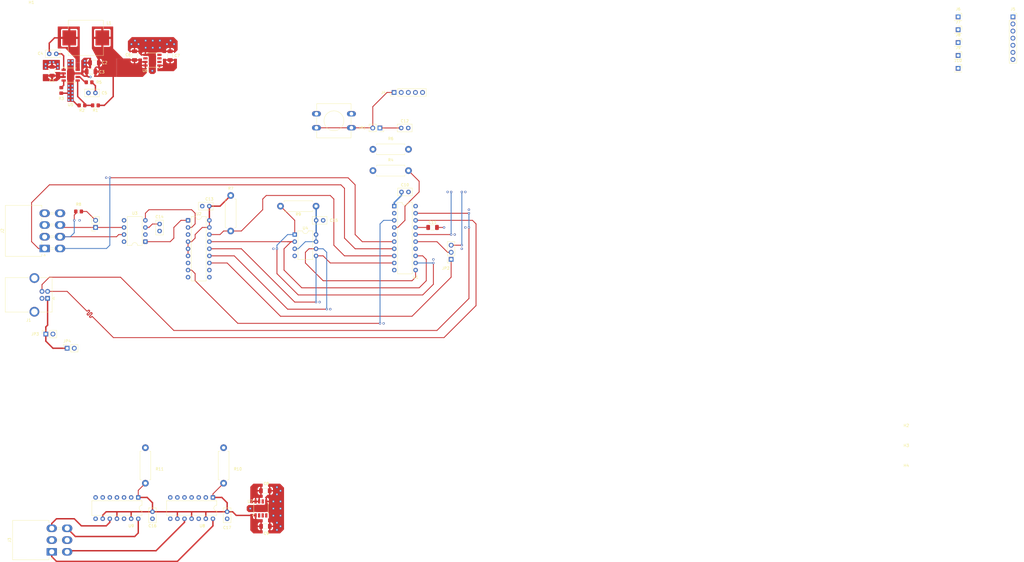
<source format=kicad_pcb>
(kicad_pcb (version 20241229) (generator "pcbnew") (generator_version "9.0")
  (layers (0 "F.Cu" signal) (4 "In1.Cu" signal) (6 "In2.Cu" signal) (2 "B.Cu" power) (13 "F.Paste" user) (15 "B.Paste" user) (5 "F.SilkS" user "F.Silkscreen") (7 "B.SilkS" user "B.Silkscreen") (1 "F.Mask" user) (3 "B.Mask" user) (25 "Edge.Cuts" user))
  (net 0 "")
  (net 1 "+12V")
  (net 2 "GND")
  (net 3 "+6.5V")
  (net 4 "Net-(U5-BST)")
  (net 5 "Net-(U5-SW)")
  (net 6 "Net-(C5-Pad2)")
  (net 7 "+5V")
  (net 8 "+5VA")
  (net 9 "Net-(U1-Vusb3v3)")
  (net 10 "Net-(JP1-A)")
  (net 12 "/USB_D+")
  (net 13 "VBUS")
  (net 15 "/USB_D-")
  (net 16 "/CAN_L")
  (net 17 "/Tach")
  (net 18 "/Speed")
  (net 19 "/CAN_H")
  (net 20 "/AN1")
  (net 21 "/AN4")
  (net 22 "/AN2")
  (net 23 "/AN3")
  (net 24 "/ICSP_~{MCLR}")
  (net 25 "/ICSP_CLK")
  (net 26 "/ICSP_DAT")
  (net 27 "/DAC1_~{CS}")
  (net 28 "/MISO")
  (net 29 "/ROM_~{CS}")
  (net 30 "/DAC2_~{CS}")
  (net 31 "/SCK")
  (net 32 "/MOSI")
  (net 33 "/CAN_~{CS}")
  (net 34 "/INT")
  (net 35 "Net-(JP5-B)")
  (net 36 "Net-(U5-FB)")
  (net 37 "Net-(U5-RT{slash}CLK)")
  (net 38 "/~{MCLR}")
  (net 39 "Net-(U5-COMP)")
  (net 41 "/CLK")
  (net 42 "/CAN_RX")
  (net 47 "/CAN_TX")
  (net 66 "/INT{slash}ICSP_CLK")
  (footprint "Connector_PinSocket_2.54mm:PinSocket_1x02_P2.54mm_Vertical" (layer "F.Cu") (at 55.88 134.62 180)
    (property "Reference" "JP5" (hide yes))
    (property "Value" "Term")
  )
  (footprint "Package_DIP:DIP-14_W7.62mm" (layer "F.Cu") (at 97.79 231.14 -90)
    (property "Reference" "U8")
    (property "Value" "MCP4912" (hide yes))
  )
  (footprint "Capacitor_THT:C_Disc_D5.0mm_W2.5mm_P2.50mm" (layer "F.Cu") (at 137.16 132.08 180)
    (property "Reference" "C15")
    (property "Value" "100n" (hide yes))
  )
  (footprint "Connector_PinSocket_2.54mm:PinSocket_1x02_P2.54mm_Vertical" (layer "F.Cu") (at 38.1 172.72 90)
    (property "Reference" "JP3")
    (property "Value" "USB_PWR")
  )
  (footprint "Capacitor_THT:C_Disc_D5.0mm_W2.5mm_P2.50mm" (layer "F.Cu") (at 93.98 127)
    (property "Reference" "C13")
    (property "Value" "100n" (hide yes))
  )
  (footprint "Connector_PinHeader_2.54mm:PinHeader_1x05_P2.54mm_Vertical" (layer "F.Cu") (at 162.5 86.36 90)
    (property "Reference" "J4")
    (property "Value" "ICSP")
  )
  (footprint "Capacitor_THT:C_Disc_D5.0mm_W2.5mm_P2.50mm" (layer "F.Cu") (at 76.2 236.26 -90)
    (property "Reference" "C16")
    (property "Value" "100n" (hide yes))
  )
  (footprint "Connector_PinSocket_2.54mm:PinSocket_1x03_P2.54mm_Vertical" (layer "F.Cu") (at 182.88 146.035 180)
    (property "Reference" "JP2")
    (property "Value" "Prog")
  )
  (footprint "Connector_PinSocket_2.54mm:PinSocket_1x07_P2.54mm_Vertical" (layer "F.Cu") (at 383.54 59.33)
    (property "Reference" "J5")
    (property "Value" "SPI debug")
  )
  (footprint "Resistor_SMD:R_0805_2012Metric_Pad1.20x1.40mm_HandSolder" (layer "F.Cu") (at 49.8 128.905 180)
    (property "Reference" "R8")
    (property "Value" "120" (hide yes))
  )
  (footprint "Resistor_SMD:R_0805_2012Metric_Pad1.20x1.40mm_HandSolder" (layer "F.Cu") (at 55.8165 90.9705)
    (property "Reference" "R1")
    (property "Value" "73k2" (hide yes))
  )
  (footprint "Connector_PinSocket_2.54mm:PinSocket_1x02_P2.54mm_Vertical" (layer "F.Cu") (at 157.42 99.06 -90)
    (property "Reference" "JP1")
    (property "Value" "~{Prog}")
  )
  (footprint "Capacitor_THT:C_Disc_D5.0mm_W2.5mm_P2.50mm" (layer "F.Cu") (at 39.3265 72.5555)
    (property "Reference" "C4")
    (property "Value" "100n" (hide yes))
  )
  (footprint "Capacitor_THT:C_Disc_D5.0mm_W2.5mm_P2.50mm" (layer "F.Cu") (at 165.04 99.06)
    (property "Reference" "C12")
    (property "Value" "100n" (hide yes))
  )
  (footprint "Capacitor_SMD:C_1206_3216Metric_Pad1.33x1.80mm_HandSolder" (layer "F.Cu") (at 176.2375 134.62)
    (property "Reference" "C11")
    (property "Value" "1u" (hide yes))
  )
  (footprint "Package_DIP:DIP-8_W7.62mm" (layer "F.Cu") (at 127 137.16)
    (property "Reference" "U4")
    (property "Value" "25LC160C" (hide yes))
  )
  (footprint "Resistor_THT:R_Axial_DIN0411_L9.9mm_D3.6mm_P12.70mm_Horizontal" (layer "F.Cu") (at 101.6 226.06 90)
    (property "Reference" "R10")
    (property "Value" "10k" (hide yes))
  )
  (footprint "Capacitor_SMD:C_1206_3216Metric_Pad1.33x1.80mm_HandSolder" (layer "F.Cu") (at 69.7865 73.1905 90)
    (property "Reference" "C6")
    (property "Value" "22u" (hide yes))
  )
  (footprint "Connector_PinSocket_2.54mm:PinSocket_1x01_P2.54mm_Vertical" (layer "F.Cu") (at 363.97 73.13)
    (property "Reference" "J9")
    (property "Value" "Conn_01x01_Socket")
  )
  (footprint "Capacitor_THT:C_Disc_D5.0mm_W2.5mm_P2.50mm" (layer "F.Cu") (at 53.3165 86.5255)
    (property "Reference" "C5")
    (property "Value" "100n" (hide yes))
  )
  (footprint "Resistor_SMD:R_0805_2012Metric_Pad1.20x1.40mm_HandSolder" (layer "F.Cu") (at 43.6245 85.6205 -90)
    (property "Reference" "R3")
    (property "Value" "50k" (hide yes))
  )
  (footprint "Button_Switch_THT:SW_PUSH-12mm" (layer "F.Cu") (at 134.76 93.98)
    (property "Reference" "SW1" (hide yes))
    (property "Value" "Reset")
  )
  (footprint "Resistor_SMD:R_0805_2012Metric_Pad1.20x1.40mm_HandSolder" (layer "F.Cu") (at 51.0065 90.9705)
    (property "Reference" "R2")
    (property "Value" "10k" (hide yes))
  )
  (footprint "Connector_PinSocket_2.54mm:PinSocket_1x01_P2.54mm_Vertical" (layer "F.Cu") (at 363.97 63.93)
    (property "Reference" "J7")
    (property "Value" "Conn_01x01_Socket")
  )
  (footprint "Connector_Molex:Molex_Mini-Fit_Jr_5569-06A2_2x03_P4.20mm_Horizontal" (layer "F.Cu") (at 40.22 250.58 90)
    (property "Reference" "J3")
    (property "Value" "Analog")
  )
  (footprint "Resistor_THT:R_Axial_DIN0411_L9.9mm_D3.6mm_P12.70mm_Horizontal" (layer "F.Cu") (at 73.66 226.06 90)
    (property "Reference" "R11")
    (property "Value" "10k" (hide yes))
  )
  (footprint "Connector_Molex:Molex_Mini-Fit_Jr_5569-08A2_2x04_P4.20mm_Horizontal" (layer "F.Cu") (at 37.68 142.14 90)
    (property "Reference" "J2")
    (property "Value" "Conn_02x04_Top_Bottom" (hide yes))
  )
  (footprint "Capacitor_THT:C_Disc_D5.0mm_W2.5mm_P2.50mm" (layer "F.Cu") (at 78.74 135.89 90)
    (property "Reference" "C14")
    (property "Value" "100n" (hide yes))
  )
  (footprint "Resistor_SMD:R_0805_2012Metric_Pad1.20x1.40mm_HandSolder" (layer "F.Cu") (at 53.5465 82.7155 180)
    (property "Reference" "R5")
    (property "Value" "12k" (hide yes))
  )
  (footprint "Package_DIP:DIP-14_W7.62mm" (layer "F.Cu") (at 71.12 231.14 -90)
    (property "Reference" "U9")
    (property "Value" "MCP4912" (hide yes))
  )
  (footprint "Connector_USB:USB_B_OST_USB-B1HSxx_Horizontal" (layer "F.Cu") (at 38.735 159.98 180)
    (property "Reference" "J1")
    (property "Value" "USB_B")
  )
  (footprint "Capacitor_SMD:C_1206_3216Metric_Pad1.33x1.80mm_HandSolder" (layer "F.Cu") (at 116.4975 228.75875)
    (property "Reference" "C8")
    (property "Value" "22u" (hide yes))
  )
  (footprint "MountingHole:MountingHole_3.2mm_M3_DIN965" (layer "F.Cu") (at 345.44 209.22)
    (property "Reference" "H2")
    (property "Value" "MountingHole")
  )
  (footprint "MountingHole:MountingHole_3.2mm_M3_DIN965" (layer "F.Cu") (at 345.44 216.37)
    (property "Reference" "H3")
    (property "Value" "MountingHole")
  )
  (footprint "Package_SO:Diodes_SO-8EP" (layer "F.Cu") (at 114.935 235.06625 90)
    (property "Reference" "U7")
    (property "Value" "AP7375Q" (hide yes))
  )
  (footprint "Connector_PinSocket_2.54mm:PinSocket_1x01_P2.54mm_Vertical" (layer "F.Cu") (at 363.97 77.73)
    (property "Reference" "J10")
    (property "Value" "Conn_01x01_Socket")
  )
  (footprint "MountingHole:MountingHole_3.2mm_M3_DIN965" (layer "F.Cu") (at 345.44 223.52)
    (property "Reference" "H4")
    (property "Value" "MountingHole")
  )
  (footprint "Connector_PinSocket_2.54mm:PinSocket_1x02_P2.54mm_Vertical" (layer "F.Cu") (at 45.72 177.8 90)
    (property "Reference" "JP4")
    (property "Value" "USB_PWR" (hide yes))
  )
  (footprint "Capacitor_SMD:C_1206_3216Metric_Pad1.33x1.80mm_HandSolder" (layer "F.Cu") (at 40.3225 78.7785 90)
    (property "Reference" "C1")
    (property "Value" "22u" (hide yes))
  )
  (footprint "Connector_PinSocket_2.54mm:PinSocket_1x01_P2.54mm_Vertical" (layer "F.Cu") (at 363.97 59.33)
    (property "Reference" "J6")
    (property "Value" "Conn_01x01_Socket")
  )
  (footprint "Package_DIP:DIP-20_W7.62mm" (layer "F.Cu") (at 162.56 127)
    (property "Reference" "U1")
    (property "Value" "PIC16F1459-IP" (hide yes))
  )
  (footprint "Package_SO:Diodes_SO-8EP" (layer "F.Cu") (at 46.969 80.1755)
    (property "Reference" "U5")
    (property "Value" "AP64100Q" (hide yes))
  )
  (footprint "Resistor_THT:R_Axial_DIN0411_L9.9mm_D3.6mm_P12.70mm_Horizontal" (layer "F.Cu") (at 134.62 127 180)
    (property "Reference" "R9")
    (property "Value" "10k")
  )
  (footprint "Inductor_SMD:L_Wuerth_WE-PD-Typ-LS_Handsoldering" (layer "F.Cu") (at 52.3875 66.8405)
    (property "Reference" "L1")
    (property "Value" "15u" (hide yes))
  )
  (footprint "Package_DIP:DIP-18_W7.62mm" (layer "F.Cu") (at 88.9 132.08)
    (property "Reference" "U2")
    (property "Value" "MCP2515-I/P" (hide yes))
  )
  (footprint "Capacitor_SMD:C_1206_3216Metric_Pad1.33x1.80mm_HandSolder" (layer "F.Cu") (at 54.254 78.9055)
    (property "Reference" "C3")
    (property "Value" "22u" (hide yes))
  )
  (footprint "Resistor_THT:R_Axial_DIN0411_L9.9mm_D3.6mm_P12.70mm_Horizontal" (layer "F.Cu") (at 104.14 123.19 -90)
    (property "Reference" "R7")
    (property "Value" "10k" (hide yes))
  )
  (footprint "Capacitor_THT:C_Disc_D5.0mm_W2.5mm_P2.50mm" (layer "F.Cu") (at 165.14 121.92)
    (property "Reference" "C10")
    (property "Value" "100n" (hide yes))
  )
  (footprint "Capacitor_SMD:C_1206_3216Metric_Pad1.33x1.80mm_HandSolder" (layer "F.Cu") (at 55.474 75.7305)
    (property "Reference" "C2")
    (property "Value" "22u" (hide yes))
  )
  (footprint "Connector_PinSocket_2.54mm:PinSocket_1x01_P2.54mm_Vertical" (layer "F.Cu") (at 363.97 68.53)
    (property "Reference" "J8")
    (property "Value" "Conn_01x01_Socket")
  )
  (footprint "Resistor_THT:R_Axial_DIN0411_L9.9mm_D3.6mm_P12.70mm_Horizontal" (layer "F.Cu") (at 167.64 106.68 180)
    (property "Reference" "R6")
    (property "Value" "10k" (hide yes))
  )
  (footprint "Capacitor_SMD:C_1206_3216Metric_Pad1.33x1.80mm_HandSolder" (layer "F.Cu") (at 116.5475 241.45875)
    (property "Reference" "C9")
    (property "Value" "22u" (hide yes))
  )
  (footprint "MountingHole:MountingHole_3.2mm_M3_DIN965" (layer "F.Cu") (at 32.9565 57.9505)
    (property "Reference" "H1")
    (property "Value" "MountingHole")
  )
  (footprint "Package_DIP:DIP-8_W7.62mm" (layer "F.Cu") (at 73.66 139.7 180)
    (property "Reference" "U3")
    (property "Value" "MCP2561-E-P" (hide yes))
  )
  (footprint "Capacitor_THT:C_Disc_D5.0mm_W2.5mm_P2.50mm" (layer "F.Cu") (at 102.87 236.26 -90)
    (property "Reference" "C17")
    (property "Value" "100n" (hide yes))
  )
  (footprint "Capacitor_SMD:C_1206_3216Metric_Pad1.33x1.80mm_HandSolder" (layer "F.Cu") (at 82.4865 73.1905 90)
    (property "Reference" "C7")
    (property "Value" "22u" (hide yes))
  )
  (footprint "Package_SO:Diodes_SO-8EP" (layer "F.Cu") (at 76.179 74.803 180)
    (property "Reference" "U6")
    (property "Value" "AP7375Q" (hide yes))
  )
  (footprint "Resistor_THT:R_Axial_DIN0411_L9.9mm_D3.6mm_P12.70mm_Horizontal" (layer "F.Cu") (at 154.94 114.3)
    (property "Reference" "R4")
    (property "Value" "220" (hide yes))
  )
  (segment (start 49.4665 90.9705) (end 47.5615 89.0655) (width 0.508) (layer "F.Cu") (net 2))
  (segment (start 54.0385 80.8105) (end 53.2765 80.8105) (width 0.508) (layer "F.Cu") (net 2))
  (segment (start 46.1965 86.6205) (end 46.2915 86.5255) (width 0.508) (layer "F.Cu") (net 2))
  (segment (start 53.2765 80.8105) (end 52.6915 80.2255) (width 0.508) (layer "F.Cu") (net 2))
  (segment (start 52.6915 80.2255) (end 52.6915 78.9055) (width 0.508) (layer "F.Cu") (net 2))
  (segment (start 177.8 134.62) (end 180.34 134.62) (width 0.3048) (layer "F.Cu") (net 2))
  (segment (start 50.0065 90.9705) (end 49.4665 90.9705) (width 0.508) (layer "F.Cu") (net 2))
  (segment (start 43.6245 86.6205) (end 46.1965 86.6205) (width 0.508) (layer "F.Cu") (net 2))
  (via (at 121.92 232.56875) (size 0.8128) (drill 0.4) (layers "F.Cu" "B.Cu") (net 2))
  (via (at 119.38 142.24) (size 0.8128) (drill 0.4) (layers "F.Cu" "B.Cu") (net 2))
  (via (at 180.34 134.62) (size 0.8128) (drill 0.4) (layers "F.Cu" "B.Cu") (net 2))
  (via (at 39.5605 75.4765) (size 0.8128) (drill 0.4) (layers "F.Cu" "B.Cu") (net 2))
  (via (at 47.5615 89.0655) (size 0.8128) (drill 0.4) (layers "F.Cu" "B.Cu") (net 2))
  (via (at 76.29525 70.358) (size 0.8128) (drill 0.4) (layers "F.Cu" "B.Cu") (net 2))
  (via (at 46.2915 89.0655) (size 0.8128) (drill 0.4) (layers "F.Cu" "B.Cu") (net 2))
  (via (at 59.69 116.84) (size 0.8128) (drill 0.4) (layers "F.Cu" "B.Cu") (net 2))
  (via (at 120.65 227.48875) (size 0.8128) (drill 0.4) (layers "F.Cu" "B.Cu") (net 2))
  (via (at 46.2915 76.3655) (size 0.8128) (drill 0.4) (layers "F.Cu" "B.Cu") (net 2))
  (via (at 68.67525 69.088) (size 0.8128) (drill 0.4) (layers "F.Cu" "B.Cu") (net 2))
  (via (at 119.38 232.56875) (size 0.8128) (drill 0.4) (layers "F.Cu" "B.Cu") (net 2))
  (via (at 78.83525 67.818) (size 0.8128) (drill 0.4) (layers "F.Cu" "B.Cu") (net 2))
  (via (at 46.2915 85.2555) (size 0.8128) (drill 0.4) (layers "F.Cu" "B.Cu") (net 2))
  (via (at 78.83525 70.358) (size 0.8128) (drill 0.4) (layers "F.Cu" "B.Cu") (net 2))
  (via (at 120.65 242.72875) (size 0.8128) (drill 0.4) (layers "F.Cu" "B.Cu") (net 2))
  (via (at 52.0065 75.0955) (size 0.8128) (drill 0.4) (layers "F.Cu" "B.Cu") (net 2))
  (via (at 186.69 142.24) (size 0.8128) (drill 0.4) (layers "F.Cu" "B.Cu") (net 2))
  (via (at 83.91525 69.088) (size 0.8128) (drill 0.4) (layers "F.Cu" "B.Cu") (net 2))
  (via (at 47.5615 76.3655) (size 0.8128) (drill 0.4) (layers "F.Cu" "B.Cu") (net 2))
  (via (at 121.92 241.45875) (size 0.8128) (drill 0.4) (layers "F.Cu" "B.Cu") (net 2))
  (via (at 73.75525 70.358) (size 0.8128) (drill 0.4) (layers "F.Cu" "B.Cu") (net 2))
  (via (at 47.5615 87.7955) (size 0.8128) (drill 0.4) (layers "F.Cu" "B.Cu") (net 2))
  (via (at 120.65 240.18875) (size 0.8128) (drill 0.4) (layers "F.Cu" "B.Cu") (net 2))
  (via (at 38.0365 77.5085) (size 0.8128) (drill 0.4) (layers "F.Cu" "B.Cu") (net 2))
  (via (at 71.21525 69.088) (size 0.8128) (drill 0.4) (layers "F.Cu" "B.Cu") (net 2))
  (via (at 120.65 230.02875) (size 0.8128) (drill 0.4) (layers "F.Cu" "B.Cu") (net 2))
  (via (at 181.61 121.92) (size 0.8128) (drill 0.4) (layers "F.Cu" "B.Cu") (net 2))
  (via (at 47.5615 86.5255) (size 0.8128) (drill 0.4) (layers "F.Cu" "B.Cu") (net 2))
  (via (at 189.23 128.27) (size 0.8128) (drill 0.4) (layers "F.Cu" "B.Cu") (net 2))
  (via (at 50.165 132.08) (size 0.8128) (drill 0.4) (layers "F.Cu" "B.Cu") (net 2))
  (via (at 158.75 168.91) (size 0.8128) (drill 0.4) (layers "F.Cu" "B.Cu") (net 2))
  (via (at 187.96 121.92) (size 0.8128) (drill 0.4) (layers "F.Cu" "B.Cu") (net 2))
  (via (at 54.0385 80.8105) (size 0.8128) (drill 0.4) (layers "F.Cu" "B.Cu") (net 2))
  (via (at 38.0365 76.2385) (size 0.8128) (drill 0.4) (layers "F.Cu" "B.Cu") (net 2))
  (via (at 119.38 237.64875) (size 0.8128) (drill 0.4) (layers "F.Cu" "B.Cu") (net 2))
  (via (at 47.5615 85.2555) (size 0.8128) (drill 0.4) (layers "F.Cu" "B.Cu") (net 2))
  (via (at 184.15 137.16) (size 0.8128) (drill 0.4) (layers "F.Cu" "B.Cu") (net 2))
  (via (at 119.38 235.10875) (size 0.8128) (drill 0.4) (layers "F.Cu" "B.Cu") (net 2))
  (via (at 76.29525 67.818) (size 0.8128) (drill 0.4) (layers "F.Cu" "B.Cu") (net 2))
  (via (at 121.92 228.75875) (size 0.8128) (drill 0.4) (layers "F.Cu" "B.Cu") (net 2))
  (via (at 52.0065 76.3655) (size 0.8128) (drill 0.4) (layers "F.Cu" "B.Cu") (net 2))
  (via (at 42.3545 76.2385) (size 0.8128) (drill 0.4) (layers "F.Cu" "B.Cu") (net 2))
  (via (at 46.2915 87.7955) (size 0.8128) (drill 0.4) (layers "F.Cu" "B.Cu") (net 2))
  (via (at 42.3545 77.5085) (size 0.8128) (drill 0.4) (layers "F.Cu" "B.Cu") (net 2))
  (via (at 135.89 161.29) (size 0.8128) (drill 0.4) (layers "F.Cu" "B.Cu") (net 2))
  (via (at 121.92 235.10875) (size 0.8128) (drill 0.4) (layers "F.Cu" "B.Cu") (net 2))
  (via (at 46.2915 86.5255) (size 0.8128) (drill 0.4) (layers "F.Cu" "B.Cu") (net 2))
  (via (at 139.7 163.83) (size 0.8128) (drill 0.4) (layers "F.Cu" "B.Cu") (net 2))
  (via (at 82.64525 67.818) (size 0.8128) (drill 0.4) (layers "F.Cu" "B.Cu") (net 2))
  (via (at 69.94525 67.818) (size 0.8128) (drill 0.4) (layers "F.Cu" "B.Cu") (net 2))
  (via (at 40.8305 75.4765) (size 0.8128) (drill 0.4) (layers "F.Cu" "B.Cu") (net 2))
  (via (at 76.1365 78.613) (size 0.8128) (drill 0.4) (layers "F.Cu" "B.Cu") (net 2))
  (via (at 187.96 134.62) (size 0.8128) (drill 0.4) (layers "F.Cu" "B.Cu") (net 2))
  (via (at 46.2915 83.9855) (size 0.8128) (drill 0.4) (layers "F.Cu" "B.Cu") (net 2))
  (via (at 46.2915 75.0955) (size 0.8128) (drill 0.4) (layers "F.Cu" "B.Cu") (net 2))
  (via (at 121.92 237.64875) (size 0.8128) (drill 0.4) (layers "F.Cu" "B.Cu") (net 2))
  (via (at 47.5615 83.9855) (size 0.8128) (drill 0.4) (layers "F.Cu" "B.Cu") (net 2))
  (via (at 81.37525 69.088) (size 0.8128) (drill 0.4) (layers "F.Cu" "B.Cu") (net 2))
  (via (at 73.75525 67.818) (size 0.8128) (drill 0.4) (layers "F.Cu" "B.Cu") (net 2))
  (via (at 176.53 146.05) (size 0.8128) (drill 0.4) (layers "F.Cu" "B.Cu") (net 2))
  (via (at 111.125 235.10875) (size 0.8128) (drill 0.4) (layers "F.Cu" "B.Cu") (net 2))
  (via (at 47.5615 75.0955) (size 0.8128) (drill 0.4) (layers "F.Cu" "B.Cu") (net 2))
  (segment (start 60.8965 78.9055) (end 55.8165 78.9055) (width 0.508) (layer "F.Cu") (net 3))
  (segment (start 62.1665 87.7955) (end 62.1665 80.1755) (width 0.508) (layer "F.Cu") (net 3))
  (segment (start 62.1665 80.1755) (end 60.8965 78.9055) (width 0.508) (layer "F.Cu") (net 3))
  (segment (start 56.8165 90.9705) (end 58.9915 90.9705) (width 0.508) (layer "F.Cu") (net 3))
  (segment (start 58.9915 90.9705) (end 62.1665 87.7955) (width 0.508) (layer "F.Cu") (net 3))
  (segment (start 44.4715 78.2705) (end 44.4715 73.2755) (width 0.508) (layer "F.Cu") (net 4))
  (segment (start 44.4715 73.2755) (end 43.7515 72.5555) (width 0.508) (layer "F.Cu") (net 4))
  (segment (start 43.7515 72.5555) (end 41.8265 72.5555) (width 0.508) (layer "F.Cu") (net 4))
  (segment (start 39.3265 72.5555) (end 39.3265 68.7255) (width 0.508) (layer "F.Cu") (net 5))
  (segment (start 41.2115 66.8405) (end 46.4875 66.8405) (width 0.508) (layer "F.Cu") (net 5))
  (segment (start 39.3265 68.7255) (end 41.2115 66.8405) (width 0.508) (layer "F.Cu") (net 5))
  (segment (start 55.8165 83.9855) (end 54.5465 82.7155) (width 0.508) (layer "F.Cu") (net 6))
  (segment (start 55.8165 86.5255) (end 55.8165 83.9855) (width 0.508) (layer "F.Cu") (net 6))
  (segment (start 74.93 134.62) (end 76.16 133.39) (width 0.3048) (layer "F.Cu") (net 7))
  (segment (start 91.44 138.43) (end 91.44 137.16) (width 0.3048) (layer "F.Cu") (net 7))
  (segment (start 96.52 127.04) (end 96.48 127) (width 0.508) (layer "F.Cu") (net 7))
  (segment (start 73.66 134.62) (end 74.93 134.62) (width 0.3048) (layer "F.Cu") (net 7))
  (segment (start 91.44 137.16) (end 93.98 134.62) (width 0.3048) (layer "F.Cu") (net 7))
  (segment (start 96.52 134.62) (end 96.52 132.08) (width 0.3048) (layer "F.Cu") (net 7))
  (segment (start 90.17 139.7) (end 91.44 138.43) (width 0.3048) (layer "F.Cu") (net 7))
  (segment (start 88.9 139.7) (end 90.17 139.7) (width 0.3048) (layer "F.Cu") (net 7))
  (segment (start 88.9 144.78) (end 88.9 139.7) (width 0.3048) (layer "F.Cu") (net 7))
  (segment (start 96.52 132.08) (end 96.52 127.04) (width 0.508) (layer "F.Cu") (net 7))
  (segment (start 96.48 127) (end 100.33 127) (width 0.508) (layer "F.Cu") (net 7))
  (segment (start 93.98 134.62) (end 96.52 134.62) (width 0.3048) (layer "F.Cu") (net 7))
  (segment (start 76.16 133.39) (end 78.74 133.39) (width 0.3048) (layer "F.Cu") (net 7))
  (segment (start 100.33 127) (end 104.14 123.19) (width 0.508) (layer "F.Cu") (net 7))
  (segment (start 130.81 139.7) (end 128.27 142.24) (width 0.3048) (layer "B.Cu") (net 7))
  (segment (start 134.62 127) (end 134.62 128.27) (width 0.508) (layer "B.Cu") (net 7))
  (segment (start 134.62 128.27) (end 134.66 128.31) (width 0.508) (layer "B.Cu") (net 7))
  (segment (start 134.66 137.12) (end 134.62 137.16) (width 0.508) (layer "B.Cu") (net 7))
  (segment (start 134.66 128.31) (end 134.66 132.08) (width 0.508) (layer "B.Cu") (net 7))
  (segment (start 134.66 132.08) (end 134.66 137.12) (width 0.508) (layer "B.Cu") (net 7))
  (segment (start 165.14 123.15) (end 165.14 121.92) (width 0.508) (layer "B.Cu") (net 7))
  (segment (start 134.62 139.7) (end 134.62 137.16) (width 0.3048) (layer "B.Cu") (net 7))
  (segment (start 162.56 125.73) (end 165.14 123.15) (width 0.508) (layer "B.Cu") (net 7))
  (segment (start 162.56 127) (end 162.56 125.73) (width 0.508) (layer "B.Cu") (net 7))
  (segment (start 128.27 142.24) (end 127 142.24) (width 0.3048) (layer "B.Cu") (net 7))
  (segment (start 134.62 139.7) (end 130.81 139.7) (width 0.3048) (layer "B.Cu") (net 7))
  (segment (start 90.17 238.76) (end 90.17 236.26) (width 0.508) (layer "F.Cu") (net 8))
  (segment (start 95.25 238.76) (end 95.25 236.26) (width 0.508) (layer "F.Cu") (net 8))
  (segment (start 85.09 236.26) (end 76.2 236.26) (width 0.508) (layer "F.Cu") (net 8))
  (segment (start 113.03 237.56375) (end 106.11875 237.56375) (width 0.508) (layer "F.Cu") (net 8))
  (segment (start 100.965 231.14) (end 102.87 233.045) (width 0.508) (layer "F.Cu") (net 8))
  (segment (start 68.58 238.76) (end 68.58 236.26) (width 0.508) (layer "F.Cu") (net 8))
  (segment (start 102.87 236.26) (end 95.25 236.26) (width 0.508) (layer "F.Cu") (net 8))
  (segment (start 102.87 233.045) (end 102.87 236.26) (width 0.508) (layer "F.Cu") (net 8))
  (segment (start 71.12 231.14) (end 74.295 231.14) (width 0.508) (layer "F.Cu") (net 8))
  (segment (start 97.79 231.14) (end 100.965 231.14) (width 0.508) (layer "F.Cu") (net 8))
  (segment (start 90.17 236.26) (end 85.09 236.26) (width 0.508) (layer "F.Cu") (net 8))
  (segment (start 74.295 231.14) (end 76.2 233.045) (width 0.508) (layer "F.Cu") (net 8))
  (segment (start 58.42 237.49) (end 58.42 238.76) (width 0.508) (layer "F.Cu") (net 8))
  (segment (start 63.5 236.26) (end 59.65 236.26) (width 0.508) (layer "F.Cu") (net 8))
  (segment (start 95.25 236.26) (end 90.17 236.26) (width 0.508) (layer "F.Cu") (net 8))
  (segment (start 71.12 228.6) (end 71.12 231.14) (width 0.3048) (layer "F.Cu") (net 8))
  (segment (start 76.2 236.26) (end 68.58 236.26) (width 0.508) (layer "F.Cu") (net 8))
  (segment (start 73.66 226.06) (end 71.12 228.6) (width 0.3048) (layer "F.Cu") (net 8))
  (segment (start 68.58 236.26) (end 63.5 236.26) (width 0.508) (layer "F.Cu") (net 8))
  (segment (start 106.11875 237.56375) (end 104.815 236.26) (width 0.508) (layer "F.Cu") (net 8))
  (segment (start 85.09 238.76) (end 85.09 236.26) (width 0.508) (layer "F.Cu") (net 8))
  (segment (start 104.815 236.26) (end 102.87 236.26) (width 0.508) (layer "F.Cu") (net 8))
  (segment (start 59.65 236.26) (end 58.42 237.49) (width 0.508) (layer "F.Cu") (net 8))
  (segment (start 63.5 238.76) (end 63.5 236.26) (width 0.508) (layer "F.Cu") (net 8))
  (segment (start 97.79 229.87) (end 97.79 231.14) (width 0.3048) (layer "F.Cu") (net 8))
  (segment (start 76.2 233.045) (end 76.2 236.26) (width 0.508) (layer "F.Cu") (net 8))
  (segment (start 101.6 226.06) (end 97.79 229.87) (width 0.3048) (layer "F.Cu") (net 8))
  (segment (start 170.18 134.62) (end 174.675 134.62) (width 0.3048) (layer "F.Cu") (net 9))
  (segment (start 157.42 99.06) (end 165.04 99.06) (width 0.3048) (layer "F.Cu") (net 10))
  (segment (start 36.735 155.035) (end 39.37 152.4) (width 0.3048) (layer "F.Cu") (net 12))
  (segment (start 39.37 152.4) (end 64.77 152.4) (width 0.3048) (layer "F.Cu") (net 12))
  (segment (start 177.799999 171.45) (end 189.23 160.019999) (width 0.3048) (layer "F.Cu") (net 12))
  (segment (start 83.82 171.45) (end 177.799999 171.45) (width 0.3048) (layer "F.Cu") (net 12))
  (segment (start 64.77 152.4) (end 83.82 171.45) (width 0.3048) (layer "F.Cu") (net 12))
  (segment (start 189.23 160.019999) (end 189.23 134.62) (width 0.3048) (layer "F.Cu") (net 12))
  (segment (start 170.18 129.54) (end 189.23 129.54) (width 0.3048) (layer "F.Cu") (net 12))
  (segment (start 36.735 157.48) (end 36.735 155.035) (width 0.3048) (layer "F.Cu") (net 12))
  (via (at 189.23 129.54) (size 0.8128) (drill 0.4) (layers "F.Cu" "B.Cu") (net 12))
  (via (at 189.23 134.62) (size 0.8128) (drill 0.4) (layers "F.Cu" "B.Cu") (net 12))
  (segment (start 189.23 129.54) (end 189.23 134.62) (width 0.3048) (layer "B.Cu") (net 12))
  (segment (start 38.1 170.18) (end 38.1 172.72) (width 0.508) (layer "F.Cu") (net 13))
  (segment (start 40.64 177.8) (end 45.72 177.8) (width 0.508) (layer "F.Cu") (net 13))
  (segment (start 38.1 175.26) (end 40.64 177.8) (width 0.508) (layer "F.Cu") (net 13))
  (segment (start 38.735 169.545) (end 38.1 170.18) (width 0.508) (layer "F.Cu") (net 13))
  (segment (start 38.1 172.72) (end 38.1 175.26) (width 0.508) (layer "F.Cu") (net 13))
  (segment (start 38.735 159.98) (end 38.735 169.545) (width 0.508) (layer "F.Cu") (net 13))
  (segment (start 58.469419 170.229419) (end 62.23 173.99) (width 0.3048) (layer "F.Cu") (net 15))
  (segment (start 54.170575 165.930575) (end 53.998154 166.102995) (width 0.3048) (layer "F.Cu") (net 15))
  (segment (start 62.23 173.99) (end 180.34 173.99) (width 0.3048) (layer "F.Cu") (net 15))
  (segment (start 38.735 157.48) (end 45.72 157.48) (width 0.3048) (layer "F.Cu") (net 15))
  (segment (start 53.480893 164.896052) (end 53.308472 165.068473) (width 0.3048) (layer "F.Cu") (net 15))
  (segment (start 54.564949 165.536204) (end 54.170575 165.930575) (width 0.3048) (layer "F.Cu") (net 15))
  (segment (start 54.860257 166.620257) (end 58.469419 170.229419) (width 0.3048) (layer "F.Cu") (net 15))
  (segment (start 190.5 132.08) (end 170.18 132.08) (width 0.3048) (layer "F.Cu") (net 15))
  (segment (start 191.77 133.35) (end 190.5 132.08) (width 0.3048) (layer "F.Cu") (net 15))
  (segment (start 54.207269 166.755984) (end 54.429205 166.534047) (width 0.3048) (layer "F.Cu") (net 15))
  (segment (start 180.34 173.99) (end 191.77 162.56) (width 0.3048) (layer "F.Cu") (net 15))
  (segment (start 53.049842 164.465001) (end 53.271777 164.243063) (width 0.3048) (layer "F.Cu") (net 15))
  (segment (start 53.616619 164.243063) (end 53.702829 164.329273) (width 0.3048) (layer "F.Cu") (net 15))
  (segment (start 54.774047 166.534047) (end 54.860257 166.620257) (width 0.3048) (layer "F.Cu") (net 15))
  (segment (start 52.914117 165.80767) (end 53.000327 165.89388) (width 0.3048) (layer "F.Cu") (net 15))
  (segment (start 53.308473 165.068473) (end 52.914117 165.462828) (width 0.3048) (layer "F.Cu") (net 15))
  (segment (start 54.478739 165.105152) (end 54.564949 165.191362) (width 0.3048) (layer "F.Cu") (net 15))
  (segment (start 53.702829 164.674115) (end 53.480893 164.896052) (width 0.3048) (layer "F.Cu") (net 15))
  (segment (start 53.308472 165.068473) (end 53.308473 165.068473) (width 0.3048) (layer "F.Cu") (net 15))
  (segment (start 53.345169 165.89388) (end 53.739524 165.499524) (width 0.3048) (layer "F.Cu") (net 15))
  (segment (start 53.739524 165.499524) (end 54.133895 165.10515) (width 0.3048) (layer "F.Cu") (net 15))
  (segment (start 53.776217 166.669774) (end 53.862427 166.755984) (width 0.3048) (layer "F.Cu") (net 15))
  (segment (start 45.72 157.48) (end 52.705 164.465) (width 0.3048) (layer "F.Cu") (net 15))
  (segment (start 191.77 162.56) (end 191.77 133.35) (width 0.3048) (layer "F.Cu") (net 15))
  (segment (start 53.998154 166.102995) (end 53.776217 166.324932) (width 0.3048) (layer "F.Cu") (net 15))
  (arc (start 54.564949 165.191362) (mid 54.636368 165.363783) (end 54.564949 165.536204) (width 0.3048) (layer "F.Cu") (net 15))
  (arc (start 53.000327 165.89388) (mid 53.172748 165.965299) (end 53.345169 165.89388) (width 0.3048) (layer "F.Cu") (net 15))
  (arc (start 54.429205 166.534047) (mid 54.601626 166.462628) (end 54.774047 166.534047) (width 0.3048) (layer "F.Cu") (net 15))
  (arc (start 53.702829 164.329273) (mid 53.774248 164.501694) (end 53.702829 164.674115) (width 0.3048) (layer "F.Cu") (net 15))
  (arc (start 53.862427 166.755984) (mid 54.034848 166.827403) (end 54.207269 166.755984) (width 0.3048) (layer "F.Cu") (net 15))
  (arc (start 53.271777 164.243063) (mid 53.444198 164.171644) (end 53.616619 164.243063) (width 0.3048) (layer "F.Cu") (net 15))
  (arc (start 53.776217 166.324932) (mid 53.704798 166.497353) (end 53.776217 166.669774) (width 0.3048) (layer "F.Cu") (net 15))
  (arc (start 52.914117 165.462828) (mid 52.842698 165.635249) (end 52.914117 165.80767) (width 0.3048) (layer "F.Cu") (net 15))
  (arc (start 54.133895 165.10515) (mid 54.306318 165.033733) (end 54.478739 165.105152) (width 0.3048) (layer "F.Cu") (net 15))
  (arc (start 52.705 164.465) (mid 52.877422 164.536419) (end 53.049842 164.465001) (width 0.3048) (layer "F.Cu") (net 15))
  (segment (start 44.06 134.62) (end 43.18 133.74) (width 0.3048) (layer "F.Cu") (net 16))
  (segment (start 66.04 134.62) (end 44.06 134.62) (width 0.3048) (layer "F.Cu") (net 16))
  (segment (start 33.02 139.7) (end 35.46 142.14) (width 0.3048) (layer "F.Cu") (net 17))
  (segment (start 144.78 138.43) (end 144.78 120.65) (width 0.3048) (layer "F.Cu") (net 17))
  (segment (start 162.56 142.24) (end 148.59 142.24) (width 0.3048) (layer "F.Cu") (net 17))
  (segment (start 144.78 120.65) (end 143.51 119.38) (width 0.3048) (layer "F.Cu") (net 17))
  (segment (start 143.51 119.38) (end 39.37 119.38) (width 0.3048) (layer "F.Cu") (net 17))
  (segment (start 148.59 142.24) (end 144.78 138.43) (width 0.3048) (layer "F.Cu") (net 17))
  (segment (start 35.46 142.14) (end 37.68 142.14) (width 0.3048) (layer "F.Cu") (net 17))
  (segment (start 39.37 119.38) (end 33.02 125.73) (width 0.3048) (layer "F.Cu") (net 17))
  (segment (start 33.02 125.73) (end 33.02 139.7) (width 0.3048) (layer "F.Cu") (net 17))
  (segment (start 148.59 119.379999) (end 148.59 137.16) (width 0.3048) (layer "F.Cu") (net 18))
  (segment (start 148.59 137.16) (end 151.13 139.7) (width 0.3048) (layer "F.Cu") (net 18))
  (segment (start 60.96 116.84) (end 146.050001 116.84) (width 0.3048) (layer "F.Cu") (net 18))
  (segment (start 151.13 139.7) (end 162.56 139.7) (width 0.3048) (layer "F.Cu") (net 18))
  (segment (start 146.050001 116.84) (end 148.59 119.379999) (width 0.3048) (layer "F.Cu") (net 18))
  (via (at 60.96 116.84) (size 0.8128) (drill 0.4) (layers "F.Cu" "B.Cu") (net 18))
  (segment (start 60.96 140.97) (end 60.96 116.84) (width 0.3048) (layer "B.Cu") (net 18))
  (segment (start 59.79 142.14) (end 60.96 140.97) (width 0.3048) (layer "B.Cu") (net 18))
  (segment (start 43.18 142.14) (end 59.79 142.14) (width 0.3048) (layer "B.Cu") (net 18))
  (segment (start 48.8 129.635) (end 48.26 130.175) (width 0.3048) (layer "F.Cu") (net 19))
  (segment (start 66.04 137.16) (end 64.135 137.16) (width 0.3048) (layer "F.Cu") (net 19))
  (segment (start 48.8 128.905) (end 48.8 129.635) (width 0.3048) (layer "F.Cu") (net 19))
  (segment (start 48.26 130.175) (end 48.26 132.08) (width 0.3048) (layer "F.Cu") (net 19))
  (segment (start 64.135 137.16) (end 63.355 137.94) (width 0.3048) (layer "F.Cu") (net 19))
  (segment (start 63.355 137.94) (end 43.18 137.94) (width 0.3048) (layer "F.Cu") (net 19))
  (via (at 48.26 132.08) (size 0.8128) (drill 0.4) (layers "F.Cu" "B.Cu") (net 19))
  (segment (start 48.26 132.08) (end 48.26 136.525) (width 0.3048) (layer "B.Cu") (net 19))
  (segment (start 46.845 137.94) (end 43.18 137.94) (width 0.3048) (layer "B.Cu") (net 19))
  (segment (start 48.26 136.525) (end 46.845 137.94) (width 0.3048) (layer "B.Cu") (net 19))
  (segment (start 97.79 238.76) (end 97.79 241.3) (width 0.508) (layer "F.Cu") (net 20))
  (segment (start 85.09 254) (end 41.91 254) (width 0.508) (layer "F.Cu") (net 20))
  (segment (start 40.22 252.31) (end 40.22 250.58) (width 0.508) (layer "F.Cu") (net 20))
  (segment (start 41.91 254) (end 40.22 252.31) (width 0.508) (layer "F.Cu") (net 20))
  (segment (start 97.79 241.3) (end 85.09 254) (width 0.508) (layer "F.Cu") (net 20))
  (segment (start 48.26 238.76) (end 41.91 238.76) (width 0.508) (layer "F.Cu") (net 21))
  (segment (start 50.8 241.3) (end 48.26 238.76) (width 0.508) (layer "F.Cu") (net 21))
  (segment (start 41.91 238.76) (end 40.22 240.45) (width 0.508) (layer "F.Cu") (net 21))
  (segment (start 60.96 240.03) (end 59.69 241.3) (width 0.508) (layer "F.Cu") (net 21))
  (segment (start 40.22 240.45) (end 40.22 242.18) (width 0.508) (layer "F.Cu") (net 21))
  (segment (start 59.69 241.3) (end 50.8 241.3) (width 0.508) (layer "F.Cu") (net 21))
  (segment (start 60.96 238.76) (end 60.96 240.03) (width 0.508) (layer "F.Cu") (net 21))
  (segment (start 87.63 238.76) (end 87.63 240.03) (width 0.508) (layer "F.Cu") (net 22))
  (segment (start 46.11 250.19) (end 45.72 250.58) (width 0.508) (layer "F.Cu") (net 22))
  (segment (start 87.63 240.03) (end 77.47 250.19) (width 0.508) (layer "F.Cu") (net 22))
  (segment (start 77.47 250.19) (end 46.11 250.19) (width 0.508) (layer "F.Cu") (net 22))
  (segment (start 69.85 245.11) (end 48.65 245.11) (width 0.508) (layer "F.Cu") (net 23))
  (segment (start 71.12 238.76) (end 71.12 243.84) (width 0.508) (layer "F.Cu") (net 23))
  (segment (start 48.65 245.11) (end 45.72 242.18) (width 0.508) (layer "F.Cu") (net 23))
  (segment (start 71.12 243.84) (end 69.85 245.11) (width 0.508) (layer "F.Cu") (net 23))
  (segment (start 134.76 98.98) (end 154.8 98.98) (width 0.3048) (layer "F.Cu") (net 24))
  (segment (start 159.96 86.36) (end 162.5 86.36) (width 0.3048) (layer "F.Cu") (net 24))
  (segment (start 154.88 99.06) (end 154.88 91.44) (width 0.3048) (layer "F.Cu") (net 24))
  (segment (start 154.88 91.44) (end 159.96 86.36) (width 0.3048) (layer "F.Cu") (net 24))
  (segment (start 154.8 98.98) (end 154.88 99.06) (width 0.3048) (layer "F.Cu") (net 24))
  (segment (start 182.88 140.955) (end 186.675 140.955) (width 0.3048) (layer "F.Cu") (net 25))
  (segment (start 186.675 140.955) (end 186.69 140.97) (width 0.3048) (layer "F.Cu") (net 25))
  (via (at 186.69 121.92) (size 0.8128) (drill 0.4) (layers "F.Cu" "B.Cu") (net 25))
  (via (at 186.69 140.97) (size 0.8128) (drill 0.4) (layers "F.Cu" "B.Cu") (net 25))
  (segment (start 186.69 140.97) (end 186.69 121.92) (width 0.3048) (layer "B.Cu") (net 25))
  (segment (start 170.18 137.16) (end 182.88 137.16) (width 0.3048) (layer "F.Cu") (net 26))
  (via (at 182.88 137.16) (size 0.8128) (drill 0.4) (layers "F.Cu" "B.Cu") (net 26))
  (via (at 182.88 121.92) (size 0.8128) (drill 0.4) (layers "F.Cu" "B.Cu") (net 26))
  (segment (start 182.88 137.16) (end 182.88 121.92) (width 0.3048) (layer "B.Cu") (net 26))
  (segment (start 171.45 156.21) (end 129.54 156.21) (width 0.3048) (layer "F.Cu") (net 28))
  (segment (start 127 139.7) (end 96.52 139.7) (width 0.3048) (layer "F.Cu") (net 28))
  (segment (start 124.46 139.7) (end 127 139.7) (width 0.3048) (layer "F.Cu") (net 28))
  (segment (start 173.99 146.05) (end 173.99 153.67) (width 0.3048) (layer "F.Cu") (net 28))
  (segment (start 123.19 149.86) (end 123.19 142.24) (width 0.3048) (layer "F.Cu") (net 28))
  (segment (start 173.99 153.67) (end 171.45 156.21) (width 0.3048) (layer "F.Cu") (net 28))
  (segment (start 129.54 156.21) (end 123.19 149.86) (width 0.3048) (layer "F.Cu") (net 28))
  (segment (start 170.18 144.78) (end 172.72 144.78) (width 0.3048) (layer "F.Cu") (net 28))
  (segment (start 172.72 144.78) (end 173.99 146.05) (width 0.3048) (layer "F.Cu") (net 28))
  (segment (start 123.19 142.24) (end 125.73 139.7) (width 0.3048) (layer "F.Cu") (net 28))
  (segment (start 125.73 139.7) (end 127 139.7) (width 0.3048) (layer "F.Cu") (net 28))
  (segment (start 120.65 151.13) (end 120.65 142.24) (width 0.3048) (layer "F.Cu") (net 29))
  (segment (start 176.53 147.32) (end 176.53 154.94) (width 0.3048) (layer "F.Cu") (net 29))
  (segment (start 128.27 158.75) (end 120.65 151.13) (width 0.3048) (layer "F.Cu") (net 29))
  (segment (start 127 137.16) (end 127 132.08) (width 0.3048) (layer "F.Cu") (net 29))
  (segment (start 176.53 154.94) (end 172.72 158.75) (width 0.3048) (layer "F.Cu") (net 29))
  (segment (start 172.72 158.75) (end 128.27 158.75) (width 0.3048) (layer "F.Cu") (net 29))
  (segment (start 127 132.08) (end 121.92 127) (width 0.3048) (layer "F.Cu") (net 29))
  (via (at 120.65 142.24) (size 0.8128) (drill 0.4) (layers "F.Cu" "B.Cu") (net 29))
  (via (at 176.53 147.32) (size 0.8128) (drill 0.4) (layers "F.Cu" "B.Cu") (net 29))
  (segment (start 170.18 147.32) (end 176.53 147.32) (width 0.3048) (layer "B.Cu") (net 29))
  (segment (start 120.65 140.97) (end 124.46 137.16) (width 0.3048) (layer "B.Cu") (net 29))
  (segment (start 120.65 142.24) (end 120.65 140.97) (width 0.3048) (layer "B.Cu") (net 29))
  (segment (start 124.46 137.16) (end 127 137.16) (width 0.3048) (layer "B.Cu") (net 29))
  (segment (start 170.18 149.86) (end 170.18 152.4) (width 0.3048) (layer "F.Cu") (net 31))
  (segment (start 138.43 163.83) (end 124.46 163.83) (width 0.3048) (layer "F.Cu") (net 31))
  (segment (start 168.91 153.67) (end 137.16 153.67) (width 0.3048) (layer "F.Cu") (net 31))
  (segment (start 124.46 163.83) (end 105.41 144.78) (width 0.3048) (layer "F.Cu") (net 31))
  (segment (start 137.16 153.67) (end 130.81 147.32) (width 0.3048) (layer "F.Cu") (net 31))
  (segment (start 105.41 144.78) (end 96.52 144.78) (width 0.3048) (layer "F.Cu") (net 31))
  (segment (start 132.08 142.24) (end 134.62 142.24) (width 0.3048) (layer "F.Cu") (net 31))
  (segment (start 130.81 143.51) (end 132.08 142.24) (width 0.3048) (layer "F.Cu") (net 31))
  (segment (start 130.81 147.32) (end 130.81 143.51) (width 0.3048) (layer "F.Cu") (net 31))
  (segment (start 170.18 152.4) (end 168.91 153.67) (width 0.3048) (layer "F.Cu") (net 31))
  (via (at 138.43 163.83) (size 0.8128) (drill 0.4) (layers "F.Cu" "B.Cu") (net 31))
  (segment (start 137.16 142.24) (end 138.43 143.51) (width 0.3048) (layer "B.Cu") (net 31))
  (segment (start 138.43 143.51) (end 138.43 163.83) (width 0.3048) (layer "B.Cu") (net 31))
  (segment (start 134.62 142.24) (end 137.16 142.24) (width 0.3048) (layer "B.Cu") (net 31))
  (segment (start 137.16 144.78) (end 139.7 147.32) (width 0.3048) (layer "F.Cu") (net 32))
  (segment (start 107.95 142.24) (end 96.52 142.24) (width 0.3048) (layer "F.Cu") (net 32))
  (segment (start 127 161.29) (end 107.95 142.24) (width 0.3048) (layer "F.Cu") (net 32))
  (segment (start 139.7 147.32) (end 162.56 147.32) (width 0.3048) (layer "F.Cu") (net 32))
  (segment (start 134.62 144.78) (end 137.16 144.78) (width 0.3048) (layer "F.Cu") (net 32))
  (segment (start 134.62 161.29) (end 127 161.29) (width 0.3048) (layer "F.Cu") (net 32))
  (via (at 134.62 161.29) (size 0.8128) (drill 0.4) (layers "F.Cu" "B.Cu") (net 32))
  (segment (start 134.62 161.29) (end 134.62 144.78) (width 0.3048) (layer "B.Cu") (net 32))
  (segment (start 115.57 124.46) (end 115.57 128.27) (width 0.3048) (layer "F.Cu") (net 33))
  (segment (start 107.95 135.89) (end 104.14 135.89) (width 0.3048) (layer "F.Cu") (net 33))
  (segment (start 162.56 144.78) (end 144.78 144.78) (width 0.3048) (layer "F.Cu") (net 33))
  (segment (start 139.7 123.19) (end 116.84 123.19) (width 0.3048) (layer "F.Cu") (net 33))
  (segment (start 101.6 135.89) (end 104.14 135.89) (width 0.3048) (layer "F.Cu") (net 33))
  (segment (start 96.52 137.16) (end 100.33 137.16) (width 0.3048) (layer "F.Cu") (net 33))
  (segment (start 116.84 123.19) (end 115.57 124.46) (width 0.3048) (layer "F.Cu") (net 33))
  (segment (start 115.57 128.27) (end 107.95 135.89) (width 0.3048) (layer "F.Cu") (net 33))
  (segment (start 140.97 124.46) (end 139.7 123.19) (width 0.3048) (layer "F.Cu") (net 33))
  (segment (start 144.78 144.78) (end 140.97 140.97) (width 0.3048) (layer "F.Cu") (net 33))
  (segment (start 100.33 137.16) (end 101.6 135.89) (width 0.3048) (layer "F.Cu") (net 33))
  (segment (start 140.97 140.97) (end 140.97 124.46) (width 0.3048) (layer "F.Cu") (net 33))
  (segment (start 102.87 147.32) (end 121.92 166.37) (width 0.3048) (layer "F.Cu") (net 34))
  (segment (start 168.91 166.37) (end 182.88 152.4) (width 0.3048) (layer "F.Cu") (net 34))
  (segment (start 96.52 147.32) (end 102.87 147.32) (width 0.3048) (layer "F.Cu") (net 34))
  (segment (start 182.88 152.4) (end 182.88 146.035) (width 0.3048) (layer "F.Cu") (net 34))
  (segment (start 121.92 166.37) (end 168.91 166.37) (width 0.3048) (layer "F.Cu") (net 34))
  (segment (start 50.8 128.905) (end 52.705 128.905) (width 0.3048) (layer "F.Cu") (net 35))
  (segment (start 52.705 128.905) (end 55.88 132.08) (width 0.3048) (layer "F.Cu") (net 35))
  (segment (start 49.4665 87.7955) (end 52.0065 90.3355) (width 0.508) (layer "F.Cu") (net 36))
  (segment (start 52.0065 90.9705) (end 54.8165 90.9705) (width 0.508) (layer "F.Cu") (net 36))
  (segment (start 49.4665 82.0805) (end 49.4665 87.7955) (width 0.508) (layer "F.Cu") (net 36))
  (segment (start 52.0065 90.3355) (end 52.0065 90.9705) (width 0.508) (layer "F.Cu") (net 36))
  (segment (start 44.4715 83.7735) (end 43.6245 84.6205) (width 0.508) (layer "F.Cu") (net 37))
  (segment (start 44.4715 82.0805) (end 44.4715 83.7735) (width 0.508) (layer "F.Cu") (net 37))
  (segment (start 166.37 127) (end 171.45 121.92) (width 0.3048) (layer "F.Cu") (net 38))
  (segment (start 162.56 134.62) (end 163.83 134.62) (width 0.3048) (layer "F.Cu") (net 38))
  (segment (start 166.37 132.08) (end 166.37 127) (width 0.3048) (layer "F.Cu") (net 38))
  (segment (start 171.45 121.92) (end 171.45 118.11) (width 0.3048) (layer "F.Cu") (net 38))
  (segment (start 171.45 118.11) (end 167.64 114.3) (width 0.3048) (layer "F.Cu") (net 38))
  (segment (start 163.83 134.62) (end 166.37 132.08) (width 0.3048) (layer "F.Cu") (net 38))
  (segment (start 50.2285 80.8105) (end 52.1335 82.7155) (width 0.508) (layer "F.Cu") (net 39))
  (segment (start 52.1335 82.7155) (end 52.5465 82.7155) (width 0.508) (layer "F.Cu") (net 39))
  (segment (start 49.4665 80.8105) (end 50.2285 80.8105) (width 0.508) (layer "F.Cu") (net 39))
  (segment (start 90.17 149.86) (end 88.9 149.86) (width 0.3048) (layer "F.Cu") (net 41))
  (segment (start 91.44 153.67) (end 91.44 151.13) (width 0.3048) (layer "F.Cu") (net 41))
  (segment (start 157.48 168.91) (end 106.68 168.91) (width 0.3048) (layer "F.Cu") (net 41))
  (segment (start 106.68 168.91) (end 91.44 153.67) (width 0.3048) (layer "F.Cu") (net 41))
  (segment (start 91.44 151.13) (end 90.17 149.86) (width 0.3048) (layer "F.Cu") (net 41))
  (via (at 157.48 168.91) (size 0.8128) (drill 0.4) (layers "F.Cu" "B.Cu") (net 41))
  (segment (start 157.48 168.91) (end 157.48 133.35) (width 0.3048) (layer "B.Cu") (net 41))
  (segment (start 157.48 133.35) (end 158.75 132.08) (width 0.3048) (layer "B.Cu") (net 41))
  (segment (start 158.75 132.08) (end 162.56 132.08) (width 0.3048) (layer "B.Cu") (net 41))
  (segment (start 73.66 129.54) (end 74.93 128.27) (width 0.3048) (layer "F.Cu") (net 42))
  (segment (start 73.66 132.08) (end 73.66 129.54) (width 0.3048) (layer "F.Cu") (net 42))
  (segment (start 74.93 128.27) (end 90.17 128.27) (width 0.3048) (layer "F.Cu") (net 42))
  (segment (start 90.17 134.62) (end 88.9 134.62) (width 0.3048) (layer "F.Cu") (net 42))
  (segment (start 91.44 133.35) (end 90.17 134.62) (width 0.3048) (layer "F.Cu") (net 42))
  (segment (start 90.17 128.27) (end 91.44 129.54) (width 0.3048) (layer "F.Cu") (net 42))
  (segment (start 91.44 129.54) (end 91.44 133.35) (width 0.3048) (layer "F.Cu") (net 42))
  (segment (start 73.66 139.7) (end 82.55 139.7) (width 0.3048) (layer "F.Cu") (net 47))
  (segment (start 86.36 132.08) (end 88.9 132.08) (width 0.3048) (layer "F.Cu") (net 47))
  (segment (start 82.55 139.7) (end 83.82 138.43) (width 0.3048) (layer "F.Cu") (net 47))
  (segment (start 83.82 134.62) (end 86.36 132.08) (width 0.3048) (layer "F.Cu") (net 47))
  (segment (start 83.82 138.43) (end 83.82 134.62) (width 0.3048) (layer "F.Cu") (net 47))
  (segment (start 170.18 139.7) (end 177.8 139.7) (width 0.3048) (layer "F.Cu") (net 66))
  (segment (start 181.61 143.51) (end 181.625 143.495) (width 0.3048) (layer "F.Cu") (net 66))
  (segment (start 181.625 143.495) (end 182.88 143.495) (width 0.3048) (layer "F.Cu") (net 66))
  (segment (start 177.8 139.7) (end 181.61 143.51) (width 0.3048) (layer "F.Cu") (net 66))
  (zone (net 7) (net_name "+5V") (layer "F.Cu") (priority 9) (connect_pads (clearance 0.5)) (min_thickness 0.25) (fill yes (thermal_gap 0.508) (thermal_bridge_width 0.508) (island_removal_mode 1) (island_area_min 9.999999))
    (polygon (pts (xy 84.93125 74.295) (xy 84.93125 77.62875) (xy 83.82 78.74) (xy 77.94625 78.74) (xy 77.94625 76.2) (xy 79.85125 76.2) (xy 79.85125 74.295)))
  )
  (zone (net 2) (net_name "GND") (layer "F.Cu") (priority 7) (connect_pads yes (clearance 0.5)) (min_thickness 0.25) (fill yes (thermal_gap 0.508) (thermal_bridge_width 0.762) (island_removal_mode 1) (island_area_min 9.999999))
    (polygon (pts (xy 109.855 235.74375) (xy 110.49 236.37875) (xy 120.65 236.37875) (xy 120.65 231.29875) (xy 116.205 231.29875) (xy 116.205 233.83875) (xy 110.49 233.83875) (xy 109.855 234.47375)))
  )
  (zone (net 5) (net_name "Net-(U5-SW)") (layer "F.Cu") (priority 4) (connect_pads (clearance 0.5)) (min_thickness 0.25) (fill yes (thermal_gap 0.508) (thermal_bridge_width 0.762) (island_removal_mode 1) (island_area_min 9.999999))
    (polygon (pts (xy 48.7045 75.7305) (xy 48.7045 74.343269) (xy 45.1485 70.6505) (xy 42.3545 70.6505) (xy 42.3545 62.7765) (xy 50.2285 62.7765) (xy 50.2285 75.7305)))
  )
  (zone (net 2) (net_name "GND") (layer "F.Cu") (priority 8) (connect_pads (clearance 0.5)) (min_thickness 0.25) (fill yes (thermal_gap 0.508) (thermal_bridge_width 0.508) (island_removal_mode 1) (island_area_min 9.999999))
    (polygon (pts (xy 84.113688 72.263) (xy 85.18525 71.191438) (xy 85.18525 67.97675) (xy 83.7565 66.548) (xy 68.834 66.548) (xy 67.40525 67.97675) (xy 67.40525 71.3105) (xy 68.35775 72.263) (xy 71.21525 72.263) (xy 72.48525 73.533) (xy 74.39025 73.533) (xy 74.39025 72.263)))
  )
  (zone (net 2) (net_name "GND") (layer "F.Cu") (connect_pads (clearance 0.5)) (min_thickness 0.25) (fill yes (thermal_gap 0.508) (thermal_bridge_width 0.762) (island_removal_mode 1) (island_area_min 9.999999))
    (polygon (pts (xy 37.0205 78.2705) (xy 37.0205 74.7145) (xy 43.1165 74.7145) (xy 43.1165 78.2705)))
  )
  (zone (net 2) (net_name "GND") (layer "F.Cu") (priority 7) (connect_pads yes (clearance 0.5)) (min_thickness 0.25) (fill yes (thermal_gap 0.508) (thermal_bridge_width 0.762) (island_removal_mode 1) (island_area_min 9.999999))
    (polygon (pts (xy 76.7715 79.756) (xy 77.4065 79.121) (xy 77.4065 68.961) (xy 72.3265 68.961) (xy 72.3265 73.406) (xy 74.8665 73.406) (xy 74.8665 79.121) (xy 75.5015 79.756)))
  )
  (zone (net 3) (net_name "+6.5V") (layer "F.Cu") (priority 10) (connect_pads (clearance 0.5)) (min_thickness 0.25) (fill yes (thermal_gap 0.508) (thermal_bridge_width 0.508) (island_removal_mode 1) (island_area_min 9.999999))
    (polygon (pts (xy 63.4365 74.2065) (xy 72.5805 74.2065) (xy 72.5805 74.7145) (xy 74.2315 74.7145) (xy 74.2315 79.2865) (xy 72.7075 80.8105) (xy 63.4365 80.8105)))
  )
  (zone (net 2) (net_name "GND") (layer "F.Cu") (priority 2) (connect_pads (clearance 0.5)) (min_thickness 0.25) (fill yes (thermal_gap 0.508) (thermal_bridge_width 0.762))
    (polygon (pts (xy 48.9585 79.0325) (xy 50.292 79.0325) (xy 50.7365 78.588) (xy 50.7365 74.905) (xy 51.689 73.9525) (xy 54.2925 73.9525) (xy 54.2925 77.7625) (xy 53.2765 77.7625) (xy 53.2765 80.4295) (xy 52.8955 80.8105) (xy 51.7525 80.8105) (xy 50.7365 80.0485) (xy 48.9585 80.0485)))
  )
  (zone (net 2) (net_name "GND") (layer "F.Cu") (priority 8) (connect_pads (clearance 0.5)) (min_thickness 0.25) (fill yes (thermal_gap 0.508) (thermal_bridge_width 0.508) (island_removal_mode 1) (island_area_min 9.999999))
    (polygon (pts (xy 117.475 243.99875) (xy 121.76125 243.99875) (xy 123.19 242.57) (xy 123.19 227.6475) (xy 121.76125 226.21875) (xy 117.475 226.21875) (xy 117.475 230.02875) (xy 116.205 231.29875) (xy 116.205 233.20375) (xy 117.475 233.20375)))
  )
  (zone (net 5) (net_name "Net-(U5-SW)") (layer "F.Cu") (priority 3) (connect_pads yes (clearance 0.5)) (min_thickness 0.25) (fill yes (thermal_gap 0.508) (thermal_bridge_width 0.762) (island_removal_mode 1) (island_area_min 9.999999))
    (polygon (pts (xy 48.7045 78.7785) (xy 50.2285 78.7785) (xy 50.2285 74.4605) (xy 48.7045 74.4605)))
  )
  (zone (net 3) (net_name "+6.5V") (layer "F.Cu") (priority 5) (connect_pads (clearance 0.5)) (min_thickness 0.25) (fill yes (thermal_gap 0.508) (thermal_bridge_width 0.762) (island_removal_mode 1) (island_area_min 9.999999))
    (polygon (pts (xy 55.3085 80.8105) (xy 55.3085 77.7625) (xy 56.5785 76.4925) (xy 56.5785 74.424214) (xy 54.5465 70.6505) (xy 54.5465 62.7765) (xy 62.1665 62.7765) (xy 62.1665 70.6505) (xy 65.7225 74.2065) (xy 65.7225 80.8105)))
  )
  (zone (net 2) (net_name "GND") (layer "F.Cu") (priority 1) (connect_pads yes (clearance 0.5)) (min_thickness 0.25) (fill yes (thermal_gap 0.3048) (thermal_bridge_width 0.762))
    (polygon (pts (xy 45.7835 74.4605) (xy 45.7835 89.7005) (xy 48.0695 89.7005) (xy 48.0695 80.5565) (xy 48.4505 80.0485) (xy 50.3555 80.0485) (xy 50.3555 79.0325) (xy 48.4505 79.0325) (xy 48.0695 78.461) (xy 48.0695 74.4605)))
  )
  (zone (net 3) (net_name "+6.5V") (layer "F.Cu") (priority 10) (connect_pads (clearance 0.5)) (min_thickness 0.25) (fill yes (thermal_gap 0.508) (thermal_bridge_width 0.508) (island_removal_mode 1) (island_area_min 9.999999))
    (polygon (pts (xy 115.57 226.21875) (xy 115.57 231.29875) (xy 114.935 231.29875) (xy 114.935 233.20375) (xy 111.125 233.20375) (xy 111.125 227.33) (xy 112.23625 226.21875)))
  )
  (zone (net 1) (net_name "+12V") (layer "F.Cu") (priority 6) (connect_pads (clearance 0.5)) (min_thickness 0.25) (fill yes (thermal_gap 0.508) (thermal_bridge_width 0.762) (island_removal_mode 1) (island_area_min 9.999999))
    (polygon (pts (xy 37.0205 79.7945) (xy 40.3225 79.7945) (xy 41.592499 79.0325) (xy 44.6405 79.0325) (xy 44.6405 81.3185) (xy 43.3705 81.3185) (xy 42.1005 82.3345) (xy 37.0205 82.3345)))
  )
  (zone (net 8) (net_name "+5VA") (layer "F.Cu") (priority 9) (connect_pads (clearance 0.5)) (min_thickness 0.25) (fill yes (thermal_gap 0.508) (thermal_bridge_width 0.508) (island_removal_mode 1) (island_area_min 9.999999))
    (polygon (pts (xy 115.57 243.99875) (xy 112.23625 243.99875) (xy 111.125 242.8875) (xy 111.125 237.01375) (xy 113.665 237.01375) (xy 113.665 238.91875) (xy 115.57 238.91875)))
  )
)
</source>
